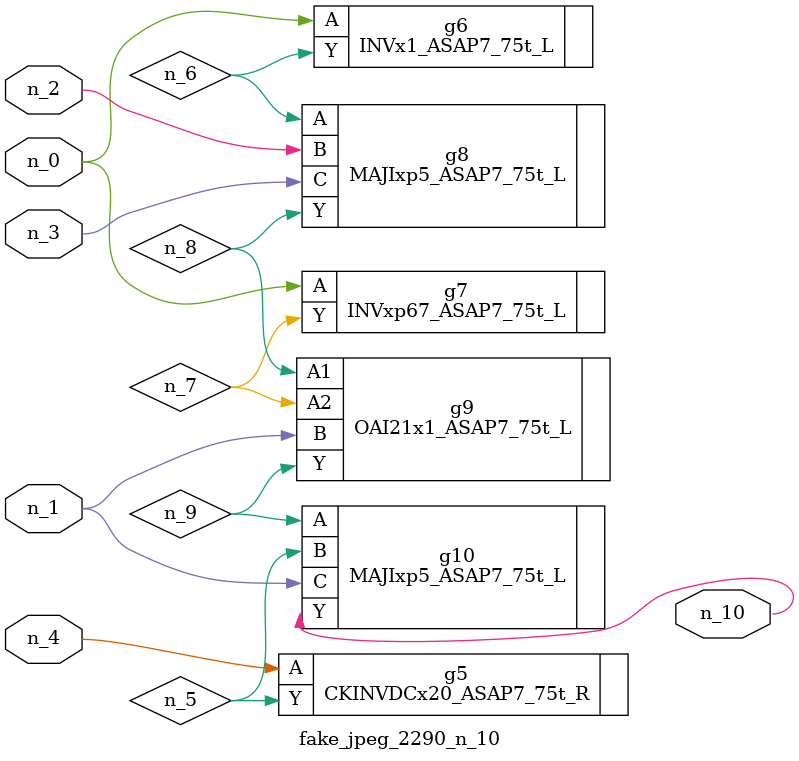
<source format=v>
module fake_jpeg_2290_n_10 (n_3, n_2, n_1, n_0, n_4, n_10);

input n_3;
input n_2;
input n_1;
input n_0;
input n_4;

output n_10;

wire n_8;
wire n_9;
wire n_6;
wire n_5;
wire n_7;

CKINVDCx20_ASAP7_75t_R g5 ( 
.A(n_4),
.Y(n_5)
);

INVx1_ASAP7_75t_L g6 ( 
.A(n_0),
.Y(n_6)
);

INVxp67_ASAP7_75t_L g7 ( 
.A(n_0),
.Y(n_7)
);

MAJIxp5_ASAP7_75t_L g8 ( 
.A(n_6),
.B(n_2),
.C(n_3),
.Y(n_8)
);

OAI21x1_ASAP7_75t_L g9 ( 
.A1(n_8),
.A2(n_7),
.B(n_1),
.Y(n_9)
);

MAJIxp5_ASAP7_75t_L g10 ( 
.A(n_9),
.B(n_5),
.C(n_1),
.Y(n_10)
);


endmodule
</source>
